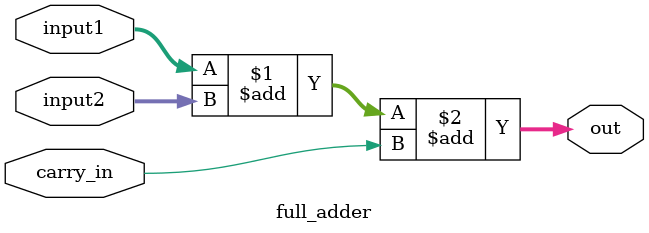
<source format=v>

module dsp_adder(
    input [31:0] input1,
    input [31:0] input2,
    output [31:0] out
);
    wire [31:0] O;
	adder_dsp dsp_inst (
        .input1(input1),
        .input2(input2),
        .is_sub(0),
        .out(O)
    );

    assign out = O;  // O[31:0] is the full 32-bit result

endmodule

module adder(input1, input2, out);
	input [31:0]	input1;
	input [31:0]	input2;
	output [31:0]	out;

	assign		out = input1 + input2;
endmodule

module full_adder(carry_in, input1, input2, out);
	input		carry_in;
	input [31:0]	input1;
	input [31:0]	input2;
	output [31:0]	out;

	assign		out = input1 + input2 + carry_in;
endmodule
</source>
